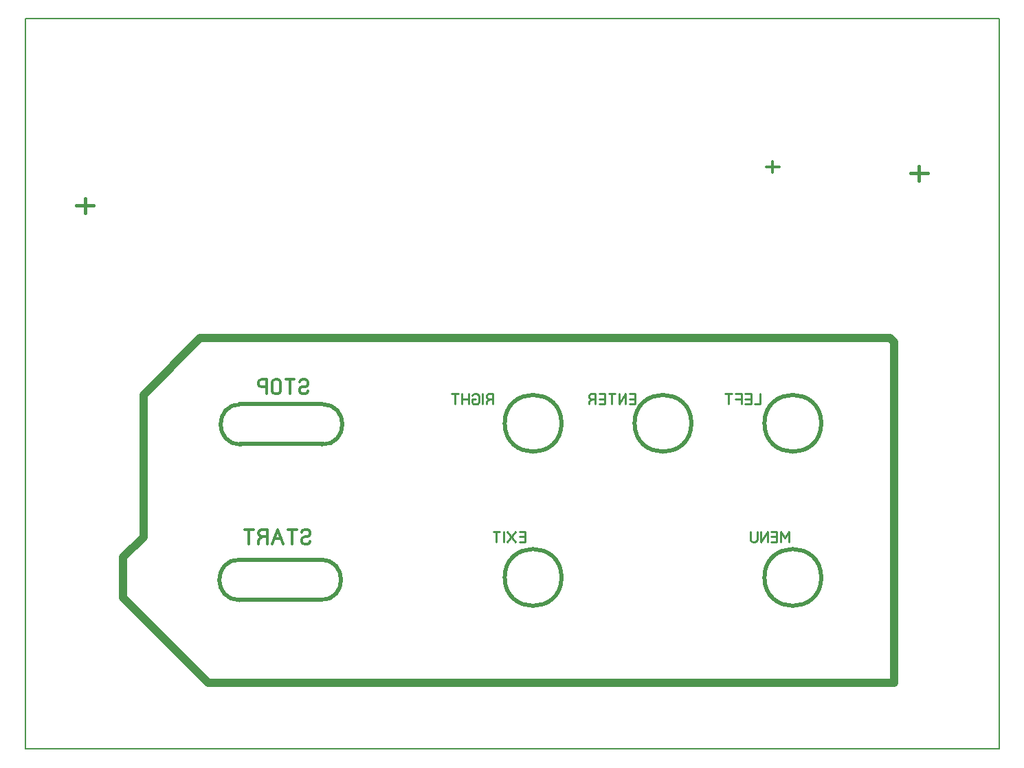
<source format=gbo>
%FSLAX32Y32*%
%MOMM*%
%LNBESTUECKUNG2*%
G71*
G01*
%ADD10C, 0.20*%
%ADD11C, 0.50*%
%ADD12C, 0.44*%
%ADD13C, 1.00*%
%ADD14C, 0.33*%
%ADD15C, 0.32*%
%ADD16C, 0.24*%
%LPD*%
G54D10*
X0Y0D02*
X12000Y0D01*
X12000Y9000D01*
X0Y9000D01*
X0Y0D01*
G54D11*
G75*
G01X9107Y2113D02*
G03X9107Y2113I350J0D01*
G01*
G54D11*
G75*
G01X9107Y4013D02*
G03X9107Y4013I350J0D01*
G01*
G54D11*
G75*
G01X7507Y4013D02*
G03X7507Y4013I350J0D01*
G01*
G54D11*
G75*
G01X5907Y4013D02*
G03X5907Y4013I350J0D01*
G01*
G54D11*
G75*
G01X5907Y2113D02*
G03X5907Y2113I350J0D01*
G01*
G54D11*
G75*
G01X2657Y4250D02*
G03X2657Y3750I0J-250D01*
G01*
G54D11*
G75*
G01X3657Y3750D02*
G03X3657Y4250I0J250D01*
G01*
G54D12*
X10904Y7096D02*
X11117Y7096D01*
G54D12*
X11011Y7184D02*
X11011Y7007D01*
G54D12*
X629Y6696D02*
X842Y6696D01*
G54D12*
X736Y6784D02*
X736Y6607D01*
G54D13*
X10707Y813D02*
X2257Y813D01*
X1207Y1863D01*
X1207Y2363D01*
X1457Y2613D01*
X1457Y4363D01*
X2157Y5063D01*
X10657Y5063D01*
X10707Y5013D01*
X10707Y813D01*
G54D14*
X9130Y7171D02*
X9290Y7171D01*
G54D14*
X9210Y7237D02*
X9210Y7104D01*
G54D15*
X3486Y4409D02*
X3472Y4387D01*
X3446Y4376D01*
X3419Y4376D01*
X3392Y4387D01*
X3379Y4409D01*
X3379Y4431D01*
X3392Y4453D01*
X3419Y4464D01*
X3446Y4464D01*
X3472Y4476D01*
X3486Y4498D01*
X3486Y4520D01*
X3472Y4542D01*
X3446Y4553D01*
X3419Y4553D01*
X3392Y4542D01*
X3379Y4520D01*
G54D15*
X3263Y4376D02*
X3263Y4553D01*
G54D15*
X3316Y4553D02*
X3210Y4553D01*
G54D15*
X3041Y4520D02*
X3041Y4409D01*
X3054Y4387D01*
X3081Y4376D01*
X3108Y4376D01*
X3134Y4387D01*
X3148Y4409D01*
X3148Y4520D01*
X3134Y4542D01*
X3108Y4553D01*
X3081Y4553D01*
X3054Y4542D01*
X3041Y4520D01*
G54D15*
X2978Y4376D02*
X2978Y4553D01*
X2912Y4553D01*
X2885Y4542D01*
X2872Y4520D01*
X2872Y4498D01*
X2885Y4476D01*
X2912Y4464D01*
X2978Y4464D01*
G54D15*
X3512Y2559D02*
X3499Y2537D01*
X3472Y2526D01*
X3446Y2526D01*
X3419Y2537D01*
X3406Y2559D01*
X3406Y2581D01*
X3419Y2603D01*
X3446Y2614D01*
X3472Y2614D01*
X3499Y2626D01*
X3512Y2648D01*
X3512Y2670D01*
X3499Y2692D01*
X3472Y2703D01*
X3446Y2703D01*
X3419Y2692D01*
X3406Y2670D01*
G54D15*
X3290Y2526D02*
X3290Y2703D01*
G54D15*
X3344Y2703D02*
X3237Y2703D01*
G54D15*
X3174Y2526D02*
X3108Y2703D01*
X3041Y2526D01*
G54D15*
X3148Y2592D02*
X3068Y2592D01*
G54D15*
X2926Y2614D02*
X2886Y2592D01*
X2873Y2570D01*
X2873Y2526D01*
G54D15*
X2980Y2526D02*
X2980Y2703D01*
X2913Y2703D01*
X2886Y2692D01*
X2873Y2670D01*
X2873Y2648D01*
X2886Y2626D01*
X2913Y2614D01*
X2980Y2614D01*
G54D15*
X2757Y2526D02*
X2757Y2703D01*
G54D15*
X2810Y2703D02*
X2704Y2703D01*
G54D16*
X7442Y4248D02*
X7512Y4248D01*
X7512Y4381D01*
X7442Y4381D01*
G54D16*
X7512Y4315D02*
X7442Y4315D01*
G54D16*
X7395Y4248D02*
X7395Y4381D01*
X7315Y4248D01*
X7315Y4381D01*
G54D16*
X7228Y4248D02*
X7228Y4381D01*
G54D16*
X7268Y4381D02*
X7188Y4381D01*
G54D16*
X7071Y4248D02*
X7141Y4248D01*
X7141Y4381D01*
X7071Y4381D01*
G54D16*
X7141Y4315D02*
X7071Y4315D01*
G54D16*
X6984Y4315D02*
X6954Y4298D01*
X6944Y4281D01*
X6944Y4248D01*
G54D16*
X7024Y4248D02*
X7024Y4381D01*
X6974Y4381D01*
X6954Y4373D01*
X6944Y4356D01*
X6944Y4340D01*
X6954Y4323D01*
X6974Y4315D01*
X7024Y4315D01*
G54D16*
X9057Y4381D02*
X9057Y4248D01*
X8987Y4248D01*
G54D16*
X8870Y4248D02*
X8940Y4248D01*
X8940Y4381D01*
X8870Y4381D01*
G54D16*
X8940Y4315D02*
X8870Y4315D01*
G54D16*
X8823Y4248D02*
X8823Y4381D01*
X8753Y4381D01*
G54D16*
X8823Y4315D02*
X8753Y4315D01*
G54D16*
X8666Y4248D02*
X8666Y4381D01*
G54D16*
X8706Y4381D02*
X8626Y4381D01*
G54D16*
X5722Y4315D02*
X5692Y4298D01*
X5682Y4281D01*
X5682Y4248D01*
G54D16*
X5762Y4248D02*
X5762Y4381D01*
X5712Y4381D01*
X5692Y4373D01*
X5682Y4356D01*
X5682Y4340D01*
X5692Y4323D01*
X5712Y4315D01*
X5762Y4315D01*
G54D16*
X5635Y4248D02*
X5635Y4381D01*
G54D16*
X5548Y4315D02*
X5508Y4315D01*
X5508Y4273D01*
X5518Y4256D01*
X5538Y4248D01*
X5558Y4248D01*
X5578Y4256D01*
X5588Y4273D01*
X5588Y4356D01*
X5578Y4373D01*
X5558Y4381D01*
X5538Y4381D01*
X5518Y4373D01*
X5508Y4356D01*
G54D16*
X5461Y4248D02*
X5461Y4381D01*
G54D16*
X5381Y4248D02*
X5381Y4381D01*
G54D16*
X5461Y4315D02*
X5381Y4315D01*
G54D16*
X5294Y4248D02*
X5294Y4381D01*
G54D16*
X5334Y4381D02*
X5254Y4381D01*
G54D16*
X9407Y2548D02*
X9407Y2681D01*
X9357Y2598D01*
X9307Y2681D01*
X9307Y2548D01*
G54D16*
X9190Y2548D02*
X9260Y2548D01*
X9260Y2681D01*
X9190Y2681D01*
G54D16*
X9260Y2615D02*
X9190Y2615D01*
G54D16*
X9143Y2548D02*
X9143Y2681D01*
X9063Y2548D01*
X9063Y2681D01*
G54D16*
X9016Y2681D02*
X9016Y2573D01*
X9006Y2556D01*
X8986Y2548D01*
X8966Y2548D01*
X8946Y2556D01*
X8936Y2573D01*
X8936Y2681D01*
G54D16*
X6087Y2548D02*
X6157Y2548D01*
X6157Y2681D01*
X6087Y2681D01*
G54D16*
X6157Y2615D02*
X6087Y2615D01*
G54D16*
X6040Y2681D02*
X5940Y2548D01*
G54D16*
X6040Y2548D02*
X5940Y2681D01*
G54D16*
X5893Y2548D02*
X5893Y2681D01*
G54D16*
X5806Y2548D02*
X5806Y2681D01*
G54D16*
X5846Y2681D02*
X5766Y2681D01*
G54D11*
X3661Y4249D02*
X2637Y4249D01*
G54D11*
X3677Y3757D02*
X2645Y3757D01*
G54D11*
G75*
G01X2641Y2334D02*
G03X2641Y1834I0J-250D01*
G01*
G54D11*
G75*
G01X3641Y1834D02*
G03X3641Y2334I0J250D01*
G01*
G54D11*
X3645Y2334D02*
X2621Y2334D01*
G54D11*
X3661Y1842D02*
X2629Y1842D01*
M02*

</source>
